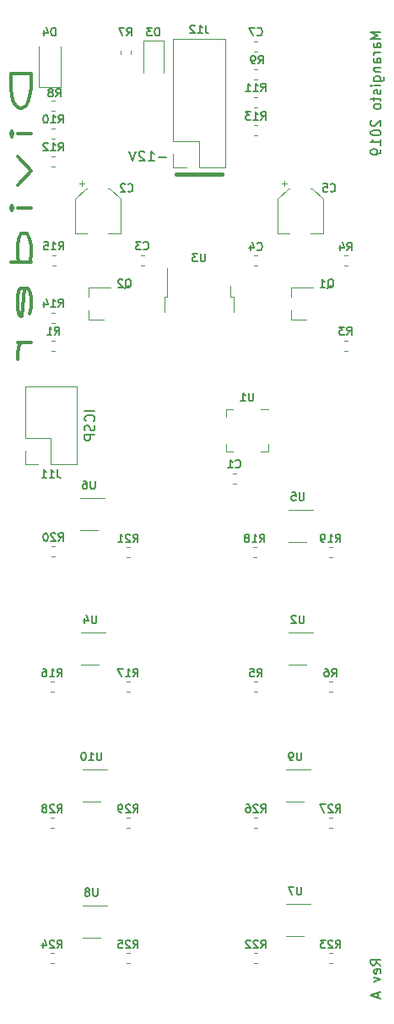
<source format=gbr>
G04 #@! TF.GenerationSoftware,KiCad,Pcbnew,5.0.2-bee76a0~70~ubuntu18.04.1*
G04 #@! TF.CreationDate,2019-01-02T16:22:13+08:00*
G04 #@! TF.ProjectId,Divider,44697669-6465-4722-9e6b-696361645f70,rev?*
G04 #@! TF.SameCoordinates,PX8d9ee20PY6422c40*
G04 #@! TF.FileFunction,Legend,Bot*
G04 #@! TF.FilePolarity,Positive*
%FSLAX46Y46*%
G04 Gerber Fmt 4.6, Leading zero omitted, Abs format (unit mm)*
G04 Created by KiCad (PCBNEW 5.0.2-bee76a0~70~ubuntu18.04.1) date Wed Jan  2 16:22:13 2019*
%MOMM*%
%LPD*%
G01*
G04 APERTURE LIST*
%ADD10C,0.200000*%
%ADD11C,0.400000*%
%ADD12C,0.300000*%
%ADD13C,0.120000*%
%ADD14C,0.150000*%
G04 APERTURE END LIST*
D10*
X-10469620Y10366191D02*
X-11469620Y10366191D01*
X-10564858Y9318572D02*
X-10517239Y9366191D01*
X-10469620Y9509048D01*
X-10469620Y9604286D01*
X-10517239Y9747143D01*
X-10612477Y9842381D01*
X-10707715Y9890000D01*
X-10898191Y9937620D01*
X-11041048Y9937620D01*
X-11231524Y9890000D01*
X-11326762Y9842381D01*
X-11422000Y9747143D01*
X-11469620Y9604286D01*
X-11469620Y9509048D01*
X-11422000Y9366191D01*
X-11374381Y9318572D01*
X-10517239Y8937620D02*
X-10469620Y8794762D01*
X-10469620Y8556667D01*
X-10517239Y8461429D01*
X-10564858Y8413810D01*
X-10660096Y8366191D01*
X-10755334Y8366191D01*
X-10850572Y8413810D01*
X-10898191Y8461429D01*
X-10945810Y8556667D01*
X-10993429Y8747143D01*
X-11041048Y8842381D01*
X-11088667Y8890000D01*
X-11183905Y8937620D01*
X-11279143Y8937620D01*
X-11374381Y8890000D01*
X-11422000Y8842381D01*
X-11469620Y8747143D01*
X-11469620Y8509048D01*
X-11422000Y8366191D01*
X-10469620Y7937620D02*
X-11469620Y7937620D01*
X-11469620Y7556667D01*
X-11422000Y7461429D01*
X-11374381Y7413810D01*
X-11279143Y7366191D01*
X-11136286Y7366191D01*
X-11041048Y7413810D01*
X-10993429Y7461429D01*
X-10945810Y7556667D01*
X-10945810Y7937620D01*
X-3318096Y35742572D02*
X-4080000Y35742572D01*
X-5080000Y35361620D02*
X-4508572Y35361620D01*
X-4794286Y35361620D02*
X-4794286Y36361620D01*
X-4699048Y36218762D01*
X-4603810Y36123524D01*
X-4508572Y36075905D01*
X-5460953Y36266381D02*
X-5508572Y36314000D01*
X-5603810Y36361620D01*
X-5841905Y36361620D01*
X-5937143Y36314000D01*
X-5984762Y36266381D01*
X-6032381Y36171143D01*
X-6032381Y36075905D01*
X-5984762Y35933048D01*
X-5413334Y35361620D01*
X-6032381Y35361620D01*
X-6318096Y36361620D02*
X-6651429Y35361620D01*
X-6984762Y36361620D01*
D11*
X2286000Y34036000D02*
X-2286000Y34036000D01*
D10*
X18232380Y-45172476D02*
X17756190Y-44839142D01*
X18232380Y-44601047D02*
X17232380Y-44601047D01*
X17232380Y-44982000D01*
X17280000Y-45077238D01*
X17327619Y-45124857D01*
X17422857Y-45172476D01*
X17565714Y-45172476D01*
X17660952Y-45124857D01*
X17708571Y-45077238D01*
X17756190Y-44982000D01*
X17756190Y-44601047D01*
X18184761Y-45982000D02*
X18232380Y-45886761D01*
X18232380Y-45696285D01*
X18184761Y-45601047D01*
X18089523Y-45553428D01*
X17708571Y-45553428D01*
X17613333Y-45601047D01*
X17565714Y-45696285D01*
X17565714Y-45886761D01*
X17613333Y-45982000D01*
X17708571Y-46029619D01*
X17803809Y-46029619D01*
X17899047Y-45553428D01*
X17565714Y-46362952D02*
X18232380Y-46601047D01*
X17565714Y-46839142D01*
X17946666Y-47934380D02*
X17946666Y-48410571D01*
X18232380Y-47839142D02*
X17232380Y-48172476D01*
X18232380Y-48505809D01*
X18232380Y48283048D02*
X17232380Y48283048D01*
X17946666Y47949715D01*
X17232380Y47616381D01*
X18232380Y47616381D01*
X18232380Y46711620D02*
X17708571Y46711620D01*
X17613333Y46759239D01*
X17565714Y46854477D01*
X17565714Y47044953D01*
X17613333Y47140191D01*
X18184761Y46711620D02*
X18232380Y46806858D01*
X18232380Y47044953D01*
X18184761Y47140191D01*
X18089523Y47187810D01*
X17994285Y47187810D01*
X17899047Y47140191D01*
X17851428Y47044953D01*
X17851428Y46806858D01*
X17803809Y46711620D01*
X18232380Y46235429D02*
X17565714Y46235429D01*
X17756190Y46235429D02*
X17660952Y46187810D01*
X17613333Y46140191D01*
X17565714Y46044953D01*
X17565714Y45949715D01*
X18232380Y45187810D02*
X17708571Y45187810D01*
X17613333Y45235429D01*
X17565714Y45330667D01*
X17565714Y45521143D01*
X17613333Y45616381D01*
X18184761Y45187810D02*
X18232380Y45283048D01*
X18232380Y45521143D01*
X18184761Y45616381D01*
X18089523Y45664000D01*
X17994285Y45664000D01*
X17899047Y45616381D01*
X17851428Y45521143D01*
X17851428Y45283048D01*
X17803809Y45187810D01*
X17565714Y44711620D02*
X18232380Y44711620D01*
X17660952Y44711620D02*
X17613333Y44664000D01*
X17565714Y44568762D01*
X17565714Y44425905D01*
X17613333Y44330667D01*
X17708571Y44283048D01*
X18232380Y44283048D01*
X17565714Y43378286D02*
X18375238Y43378286D01*
X18470476Y43425905D01*
X18518095Y43473524D01*
X18565714Y43568762D01*
X18565714Y43711620D01*
X18518095Y43806858D01*
X18184761Y43378286D02*
X18232380Y43473524D01*
X18232380Y43664000D01*
X18184761Y43759239D01*
X18137142Y43806858D01*
X18041904Y43854477D01*
X17756190Y43854477D01*
X17660952Y43806858D01*
X17613333Y43759239D01*
X17565714Y43664000D01*
X17565714Y43473524D01*
X17613333Y43378286D01*
X18232380Y42902096D02*
X17565714Y42902096D01*
X17232380Y42902096D02*
X17280000Y42949715D01*
X17327619Y42902096D01*
X17280000Y42854477D01*
X17232380Y42902096D01*
X17327619Y42902096D01*
X18184761Y42473524D02*
X18232380Y42378286D01*
X18232380Y42187810D01*
X18184761Y42092572D01*
X18089523Y42044953D01*
X18041904Y42044953D01*
X17946666Y42092572D01*
X17899047Y42187810D01*
X17899047Y42330667D01*
X17851428Y42425905D01*
X17756190Y42473524D01*
X17708571Y42473524D01*
X17613333Y42425905D01*
X17565714Y42330667D01*
X17565714Y42187810D01*
X17613333Y42092572D01*
X17565714Y41759239D02*
X17565714Y41378286D01*
X17232380Y41616381D02*
X18089523Y41616381D01*
X18184761Y41568762D01*
X18232380Y41473524D01*
X18232380Y41378286D01*
X18232380Y40902096D02*
X18184761Y40997334D01*
X18137142Y41044953D01*
X18041904Y41092572D01*
X17756190Y41092572D01*
X17660952Y41044953D01*
X17613333Y40997334D01*
X17565714Y40902096D01*
X17565714Y40759239D01*
X17613333Y40664000D01*
X17660952Y40616381D01*
X17756190Y40568762D01*
X18041904Y40568762D01*
X18137142Y40616381D01*
X18184761Y40664000D01*
X18232380Y40759239D01*
X18232380Y40902096D01*
X17327619Y39425905D02*
X17280000Y39378286D01*
X17232380Y39283048D01*
X17232380Y39044953D01*
X17280000Y38949715D01*
X17327619Y38902096D01*
X17422857Y38854477D01*
X17518095Y38854477D01*
X17660952Y38902096D01*
X18232380Y39473524D01*
X18232380Y38854477D01*
X17232380Y38235429D02*
X17232380Y38140191D01*
X17280000Y38044953D01*
X17327619Y37997334D01*
X17422857Y37949715D01*
X17613333Y37902096D01*
X17851428Y37902096D01*
X18041904Y37949715D01*
X18137142Y37997334D01*
X18184761Y38044953D01*
X18232380Y38140191D01*
X18232380Y38235429D01*
X18184761Y38330667D01*
X18137142Y38378286D01*
X18041904Y38425905D01*
X17851428Y38473524D01*
X17613333Y38473524D01*
X17422857Y38425905D01*
X17327619Y38378286D01*
X17280000Y38330667D01*
X17232380Y38235429D01*
X18232380Y36949715D02*
X18232380Y37521143D01*
X18232380Y37235429D02*
X17232380Y37235429D01*
X17375238Y37330667D01*
X17470476Y37425905D01*
X17518095Y37521143D01*
X18232380Y36473524D02*
X18232380Y36283048D01*
X18184761Y36187810D01*
X18137142Y36140191D01*
X17994285Y36044953D01*
X17803809Y35997334D01*
X17422857Y35997334D01*
X17327619Y36044953D01*
X17280000Y36092572D01*
X17232380Y36187810D01*
X17232380Y36378286D01*
X17280000Y36473524D01*
X17327619Y36521143D01*
X17422857Y36568762D01*
X17660952Y36568762D01*
X17756190Y36521143D01*
X17803809Y36473524D01*
X17851428Y36378286D01*
X17851428Y36187810D01*
X17803809Y36092572D01*
X17756190Y36044953D01*
X17660952Y35997334D01*
D12*
X-16875239Y44083143D02*
X-18875239Y44083143D01*
X-18875239Y42654572D01*
X-18780000Y41797429D01*
X-18589524Y41226000D01*
X-18399048Y40940286D01*
X-18018096Y40654572D01*
X-17732381Y40654572D01*
X-17351429Y40940286D01*
X-17160953Y41226000D01*
X-16970477Y41797429D01*
X-16875239Y42654572D01*
X-16875239Y44083143D01*
X-16875239Y38083143D02*
X-18208572Y38083143D01*
X-18875239Y38083143D02*
X-18780000Y38368858D01*
X-18684762Y38083143D01*
X-18780000Y37797429D01*
X-18875239Y38083143D01*
X-18684762Y38083143D01*
X-18208572Y35797429D02*
X-16875239Y34368858D01*
X-18208572Y32940286D01*
X-16875239Y30654572D02*
X-18208572Y30654572D01*
X-18875239Y30654572D02*
X-18780000Y30940286D01*
X-18684762Y30654572D01*
X-18780000Y30368858D01*
X-18875239Y30654572D01*
X-18684762Y30654572D01*
X-16875239Y25226000D02*
X-18875239Y25226000D01*
X-16970477Y25226000D02*
X-16875239Y25797429D01*
X-16875239Y26940286D01*
X-16970477Y27511715D01*
X-17065715Y27797429D01*
X-17256191Y28083143D01*
X-17827620Y28083143D01*
X-18018096Y27797429D01*
X-18113334Y27511715D01*
X-18208572Y26940286D01*
X-18208572Y25797429D01*
X-18113334Y25226000D01*
X-16970477Y20083143D02*
X-16875239Y20654572D01*
X-16875239Y21797429D01*
X-16970477Y22368858D01*
X-17160953Y22654572D01*
X-17922858Y22654572D01*
X-18113334Y22368858D01*
X-18208572Y21797429D01*
X-18208572Y20654572D01*
X-18113334Y20083143D01*
X-17922858Y19797429D01*
X-17732381Y19797429D01*
X-17541905Y22654572D01*
X-16875239Y17226000D02*
X-18208572Y17226000D01*
X-17827620Y17226000D02*
X-18018096Y16940286D01*
X-18113334Y16654572D01*
X-18208572Y16083143D01*
X-18208572Y15511715D01*
D13*
G04 #@! TO.C,U3*
X-3450000Y20274000D02*
X-3450000Y21774000D01*
X-3450000Y21774000D02*
X-3180000Y21774000D01*
X-3180000Y21774000D02*
X-3180000Y24604000D01*
X3450000Y20274000D02*
X3450000Y21774000D01*
X3450000Y21774000D02*
X3180000Y21774000D01*
X3180000Y21774000D02*
X3180000Y22874000D01*
G04 #@! TO.C,C2*
X-7900000Y28093000D02*
X-9100000Y28093000D01*
X-12420000Y28093000D02*
X-11220000Y28093000D01*
X-12420000Y31548563D02*
X-12420000Y28093000D01*
X-7900000Y31548563D02*
X-7900000Y28093000D01*
X-8964437Y32613000D02*
X-9100000Y32613000D01*
X-11355563Y32613000D02*
X-11220000Y32613000D01*
X-11355563Y32613000D02*
X-12420000Y31548563D01*
X-8964437Y32613000D02*
X-7900000Y31548563D01*
X-11720000Y33353000D02*
X-11720000Y32853000D01*
X-11970000Y33103000D02*
X-11470000Y33103000D01*
G04 #@! TO.C,C5*
X8350000Y33103000D02*
X8850000Y33103000D01*
X8600000Y33353000D02*
X8600000Y32853000D01*
X11355563Y32613000D02*
X12420000Y31548563D01*
X8964437Y32613000D02*
X7900000Y31548563D01*
X8964437Y32613000D02*
X9100000Y32613000D01*
X11355563Y32613000D02*
X11220000Y32613000D01*
X12420000Y31548563D02*
X12420000Y28093000D01*
X7900000Y31548563D02*
X7900000Y28093000D01*
X7900000Y28093000D02*
X9100000Y28093000D01*
X12420000Y28093000D02*
X11220000Y28093000D01*
G04 #@! TO.C,C1*
X3718779Y3046000D02*
X3393221Y3046000D01*
X3718779Y4066000D02*
X3393221Y4066000D01*
G04 #@! TO.C,C3*
X-5526221Y25910000D02*
X-5851779Y25910000D01*
X-5526221Y24890000D02*
X-5851779Y24890000D01*
G04 #@! TO.C,C4*
X5552221Y25910000D02*
X5877779Y25910000D01*
X5552221Y24890000D02*
X5877779Y24890000D01*
G04 #@! TO.C,C7*
X5877779Y47373000D02*
X5552221Y47373000D01*
X5877779Y46353000D02*
X5552221Y46353000D01*
G04 #@! TO.C,J11*
X-17459000Y12760000D02*
X-12259000Y12760000D01*
X-17459000Y7620000D02*
X-17459000Y12760000D01*
X-12259000Y5020000D02*
X-12259000Y12760000D01*
X-17459000Y7620000D02*
X-14859000Y7620000D01*
X-14859000Y7620000D02*
X-14859000Y5020000D01*
X-14859000Y5020000D02*
X-12259000Y5020000D01*
X-17459000Y6350000D02*
X-17459000Y5020000D01*
X-17459000Y5020000D02*
X-16129000Y5020000D01*
G04 #@! TO.C,J12*
X-2575000Y47558000D02*
X2625000Y47558000D01*
X-2575000Y37338000D02*
X-2575000Y47558000D01*
X2625000Y34738000D02*
X2625000Y47558000D01*
X-2575000Y37338000D02*
X25000Y37338000D01*
X25000Y37338000D02*
X25000Y34738000D01*
X25000Y34738000D02*
X2625000Y34738000D01*
X-2575000Y36068000D02*
X-2575000Y34738000D01*
X-2575000Y34738000D02*
X-1245000Y34738000D01*
G04 #@! TO.C,D3*
X-5572000Y44212000D02*
X-5572000Y47412000D01*
X-3572000Y47412000D02*
X-3572000Y44212000D01*
X-3572000Y47412000D02*
X-5572000Y47412000D01*
G04 #@! TO.C,D4*
X-13901000Y46812000D02*
X-13901000Y42727000D01*
X-13901000Y42727000D02*
X-16071000Y42727000D01*
X-16071000Y42727000D02*
X-16071000Y46812000D01*
G04 #@! TO.C,U1*
X3441000Y10492000D02*
X2716000Y10492000D01*
X2716000Y10492000D02*
X2716000Y9767000D01*
X6211000Y6272000D02*
X6936000Y6272000D01*
X6936000Y6272000D02*
X6936000Y6997000D01*
X3441000Y6272000D02*
X2716000Y6272000D01*
X2716000Y6272000D02*
X2716000Y6997000D01*
X6211000Y10492000D02*
X6936000Y10492000D01*
G04 #@! TO.C,Q2*
X-11047000Y19502000D02*
X-9587000Y19502000D01*
X-11047000Y22662000D02*
X-8887000Y22662000D01*
X-11047000Y22662000D02*
X-11047000Y21732000D01*
X-11047000Y19502000D02*
X-11047000Y20432000D01*
G04 #@! TO.C,Q1*
X9273000Y19502000D02*
X9273000Y20432000D01*
X9273000Y22662000D02*
X9273000Y21732000D01*
X9273000Y22662000D02*
X11433000Y22662000D01*
X9273000Y19502000D02*
X10733000Y19502000D01*
G04 #@! TO.C,U5*
X9006000Y467000D02*
X11456000Y467000D01*
X10806000Y-2753000D02*
X9006000Y-2753000D01*
G04 #@! TO.C,U10*
X-9895000Y-28788000D02*
X-11695000Y-28788000D01*
X-11695000Y-25568000D02*
X-9245000Y-25568000D01*
G04 #@! TO.C,U2*
X9006000Y-11852000D02*
X11456000Y-11852000D01*
X10806000Y-15072000D02*
X9006000Y-15072000D01*
G04 #@! TO.C,U4*
X-10022000Y-15072000D02*
X-11822000Y-15072000D01*
X-11822000Y-11852000D02*
X-9372000Y-11852000D01*
G04 #@! TO.C,U6*
X-11949000Y1610000D02*
X-9499000Y1610000D01*
X-10149000Y-1610000D02*
X-11949000Y-1610000D01*
G04 #@! TO.C,U7*
X10552000Y-42250000D02*
X8752000Y-42250000D01*
X8752000Y-39030000D02*
X11202000Y-39030000D01*
G04 #@! TO.C,U8*
X-11695000Y-39157000D02*
X-9245000Y-39157000D01*
X-9895000Y-42377000D02*
X-11695000Y-42377000D01*
G04 #@! TO.C,U9*
X10552000Y-28788000D02*
X8752000Y-28788000D01*
X8752000Y-25568000D02*
X11202000Y-25568000D01*
G04 #@! TO.C,R1*
X-14442221Y16381000D02*
X-14767779Y16381000D01*
X-14442221Y17401000D02*
X-14767779Y17401000D01*
G04 #@! TO.C,R8*
X-14442221Y41404000D02*
X-14767779Y41404000D01*
X-14442221Y40384000D02*
X-14767779Y40384000D01*
G04 #@! TO.C,R9*
X5552221Y44579000D02*
X5877779Y44579000D01*
X5552221Y43559000D02*
X5877779Y43559000D01*
G04 #@! TO.C,R20*
X-14767779Y-4193000D02*
X-14442221Y-4193000D01*
X-14767779Y-3173000D02*
X-14442221Y-3173000D01*
G04 #@! TO.C,R11*
X5877779Y40765000D02*
X5552221Y40765000D01*
X5877779Y41785000D02*
X5552221Y41785000D01*
G04 #@! TO.C,R12*
X-14442221Y35816000D02*
X-14767779Y35816000D01*
X-14442221Y34796000D02*
X-14767779Y34796000D01*
G04 #@! TO.C,R13*
X5552221Y38991000D02*
X5877779Y38991000D01*
X5552221Y37971000D02*
X5877779Y37971000D01*
G04 #@! TO.C,R14*
X-14442221Y20195000D02*
X-14767779Y20195000D01*
X-14442221Y19175000D02*
X-14767779Y19175000D01*
G04 #@! TO.C,R15*
X-14417221Y24890000D02*
X-14742779Y24890000D01*
X-14417221Y25910000D02*
X-14742779Y25910000D01*
G04 #@! TO.C,R16*
X-14894779Y-17782000D02*
X-14569221Y-17782000D01*
X-14894779Y-16762000D02*
X-14569221Y-16762000D01*
G04 #@! TO.C,R17*
X-7274779Y-16762000D02*
X-6949221Y-16762000D01*
X-7274779Y-17782000D02*
X-6949221Y-17782000D01*
G04 #@! TO.C,R18*
X5425221Y-4320000D02*
X5750779Y-4320000D01*
X5425221Y-3300000D02*
X5750779Y-3300000D01*
G04 #@! TO.C,R7*
X-7876000Y46065221D02*
X-7876000Y46390779D01*
X-6856000Y46065221D02*
X-6856000Y46390779D01*
G04 #@! TO.C,R3*
X14894779Y17401000D02*
X14569221Y17401000D01*
X14894779Y16381000D02*
X14569221Y16381000D01*
G04 #@! TO.C,R4*
X14569221Y25910000D02*
X14894779Y25910000D01*
X14569221Y24890000D02*
X14894779Y24890000D01*
G04 #@! TO.C,R5*
X5552221Y-17782000D02*
X5877779Y-17782000D01*
X5552221Y-16762000D02*
X5877779Y-16762000D01*
G04 #@! TO.C,R6*
X13045221Y-16762000D02*
X13370779Y-16762000D01*
X13045221Y-17782000D02*
X13370779Y-17782000D01*
G04 #@! TO.C,R21*
X-7274779Y-4320000D02*
X-6949221Y-4320000D01*
X-7274779Y-3300000D02*
X-6949221Y-3300000D01*
G04 #@! TO.C,R29*
X-7274779Y-30351000D02*
X-6949221Y-30351000D01*
X-7274779Y-31371000D02*
X-6949221Y-31371000D01*
G04 #@! TO.C,R28*
X-14894779Y-31371000D02*
X-14569221Y-31371000D01*
X-14894779Y-30351000D02*
X-14569221Y-30351000D01*
G04 #@! TO.C,R27*
X13045221Y-30351000D02*
X13370779Y-30351000D01*
X13045221Y-31371000D02*
X13370779Y-31371000D01*
G04 #@! TO.C,R26*
X5552221Y-31371000D02*
X5877779Y-31371000D01*
X5552221Y-30351000D02*
X5877779Y-30351000D01*
G04 #@! TO.C,R25*
X-7274779Y-43940000D02*
X-6949221Y-43940000D01*
X-7274779Y-44960000D02*
X-6949221Y-44960000D01*
G04 #@! TO.C,R24*
X-14894779Y-44960000D02*
X-14569221Y-44960000D01*
X-14894779Y-43940000D02*
X-14569221Y-43940000D01*
G04 #@! TO.C,R23*
X13045221Y-43940000D02*
X13370779Y-43940000D01*
X13045221Y-44960000D02*
X13370779Y-44960000D01*
G04 #@! TO.C,R22*
X5552221Y-44960000D02*
X5877779Y-44960000D01*
X5552221Y-43940000D02*
X5877779Y-43940000D01*
G04 #@! TO.C,R10*
X-14442221Y37590000D02*
X-14767779Y37590000D01*
X-14442221Y38610000D02*
X-14767779Y38610000D01*
G04 #@! TO.C,R19*
X13045221Y-4320000D02*
X13370779Y-4320000D01*
X13045221Y-3300000D02*
X13370779Y-3300000D01*
G04 #@! TO.C,U3*
D14*
X609523Y26092096D02*
X609523Y25444477D01*
X571428Y25368286D01*
X533333Y25330191D01*
X457142Y25292096D01*
X304761Y25292096D01*
X228571Y25330191D01*
X190476Y25368286D01*
X152380Y25444477D01*
X152380Y26092096D01*
X-152381Y26092096D02*
X-647620Y26092096D01*
X-380953Y25787334D01*
X-495239Y25787334D01*
X-571429Y25749239D01*
X-609524Y25711143D01*
X-647620Y25634953D01*
X-647620Y25444477D01*
X-609524Y25368286D01*
X-571429Y25330191D01*
X-495239Y25292096D01*
X-266667Y25292096D01*
X-190477Y25330191D01*
X-152381Y25368286D01*
G04 #@! TO.C,C2*
X-7130667Y32353286D02*
X-7092572Y32315191D01*
X-6978286Y32277096D01*
X-6902096Y32277096D01*
X-6787810Y32315191D01*
X-6711620Y32391381D01*
X-6673524Y32467572D01*
X-6635429Y32619953D01*
X-6635429Y32734239D01*
X-6673524Y32886620D01*
X-6711620Y32962810D01*
X-6787810Y33039000D01*
X-6902096Y33077096D01*
X-6978286Y33077096D01*
X-7092572Y33039000D01*
X-7130667Y33000905D01*
X-7435429Y33000905D02*
X-7473524Y33039000D01*
X-7549715Y33077096D01*
X-7740191Y33077096D01*
X-7816381Y33039000D01*
X-7854477Y33000905D01*
X-7892572Y32924715D01*
X-7892572Y32848524D01*
X-7854477Y32734239D01*
X-7397334Y32277096D01*
X-7892572Y32277096D01*
G04 #@! TO.C,C5*
X13189333Y32353286D02*
X13227428Y32315191D01*
X13341714Y32277096D01*
X13417904Y32277096D01*
X13532190Y32315191D01*
X13608380Y32391381D01*
X13646476Y32467572D01*
X13684571Y32619953D01*
X13684571Y32734239D01*
X13646476Y32886620D01*
X13608380Y32962810D01*
X13532190Y33039000D01*
X13417904Y33077096D01*
X13341714Y33077096D01*
X13227428Y33039000D01*
X13189333Y33000905D01*
X12465523Y33077096D02*
X12846476Y33077096D01*
X12884571Y32696143D01*
X12846476Y32734239D01*
X12770285Y32772334D01*
X12579809Y32772334D01*
X12503619Y32734239D01*
X12465523Y32696143D01*
X12427428Y32619953D01*
X12427428Y32429477D01*
X12465523Y32353286D01*
X12503619Y32315191D01*
X12579809Y32277096D01*
X12770285Y32277096D01*
X12846476Y32315191D01*
X12884571Y32353286D01*
G04 #@! TO.C,C1*
X3689333Y4700286D02*
X3727428Y4662191D01*
X3841714Y4624096D01*
X3917904Y4624096D01*
X4032190Y4662191D01*
X4108380Y4738381D01*
X4146476Y4814572D01*
X4184571Y4966953D01*
X4184571Y5081239D01*
X4146476Y5233620D01*
X4108380Y5309810D01*
X4032190Y5386000D01*
X3917904Y5424096D01*
X3841714Y5424096D01*
X3727428Y5386000D01*
X3689333Y5347905D01*
X2927428Y4624096D02*
X3384571Y4624096D01*
X3156000Y4624096D02*
X3156000Y5424096D01*
X3232190Y5309810D01*
X3308380Y5233620D01*
X3384571Y5195524D01*
G04 #@! TO.C,C3*
X-5555667Y26544286D02*
X-5517572Y26506191D01*
X-5403286Y26468096D01*
X-5327096Y26468096D01*
X-5212810Y26506191D01*
X-5136620Y26582381D01*
X-5098524Y26658572D01*
X-5060429Y26810953D01*
X-5060429Y26925239D01*
X-5098524Y27077620D01*
X-5136620Y27153810D01*
X-5212810Y27230000D01*
X-5327096Y27268096D01*
X-5403286Y27268096D01*
X-5517572Y27230000D01*
X-5555667Y27191905D01*
X-5822334Y27268096D02*
X-6317572Y27268096D01*
X-6050905Y26963334D01*
X-6165191Y26963334D01*
X-6241381Y26925239D01*
X-6279477Y26887143D01*
X-6317572Y26810953D01*
X-6317572Y26620477D01*
X-6279477Y26544286D01*
X-6241381Y26506191D01*
X-6165191Y26468096D01*
X-5936620Y26468096D01*
X-5860429Y26506191D01*
X-5822334Y26544286D01*
G04 #@! TO.C,C4*
X5848333Y26478286D02*
X5886428Y26440191D01*
X6000714Y26402096D01*
X6076904Y26402096D01*
X6191190Y26440191D01*
X6267380Y26516381D01*
X6305476Y26592572D01*
X6343571Y26744953D01*
X6343571Y26859239D01*
X6305476Y27011620D01*
X6267380Y27087810D01*
X6191190Y27164000D01*
X6076904Y27202096D01*
X6000714Y27202096D01*
X5886428Y27164000D01*
X5848333Y27125905D01*
X5162619Y26935429D02*
X5162619Y26402096D01*
X5353095Y27240191D02*
X5543571Y26668762D01*
X5048333Y26668762D01*
G04 #@! TO.C,C7*
X5848333Y48007286D02*
X5886428Y47969191D01*
X6000714Y47931096D01*
X6076904Y47931096D01*
X6191190Y47969191D01*
X6267380Y48045381D01*
X6305476Y48121572D01*
X6343571Y48273953D01*
X6343571Y48388239D01*
X6305476Y48540620D01*
X6267380Y48616810D01*
X6191190Y48693000D01*
X6076904Y48731096D01*
X6000714Y48731096D01*
X5886428Y48693000D01*
X5848333Y48654905D01*
X5581666Y48731096D02*
X5048333Y48731096D01*
X5391190Y47931096D01*
G04 #@! TO.C,J11*
X-14211381Y4458096D02*
X-14211381Y3886667D01*
X-14173286Y3772381D01*
X-14097096Y3696191D01*
X-13982810Y3658096D01*
X-13906620Y3658096D01*
X-15011381Y3658096D02*
X-14554239Y3658096D01*
X-14782810Y3658096D02*
X-14782810Y4458096D01*
X-14706620Y4343810D01*
X-14630429Y4267620D01*
X-14554239Y4229524D01*
X-15773286Y3658096D02*
X-15316143Y3658096D01*
X-15544715Y3658096D02*
X-15544715Y4458096D01*
X-15468524Y4343810D01*
X-15392334Y4267620D01*
X-15316143Y4229524D01*
G04 #@! TO.C,J12*
X672619Y48952096D02*
X672619Y48380667D01*
X710714Y48266381D01*
X786904Y48190191D01*
X901190Y48152096D01*
X977380Y48152096D01*
X-127381Y48152096D02*
X329761Y48152096D01*
X101190Y48152096D02*
X101190Y48952096D01*
X177380Y48837810D01*
X253571Y48761620D01*
X329761Y48723524D01*
X-432143Y48875905D02*
X-470239Y48914000D01*
X-546429Y48952096D01*
X-736905Y48952096D01*
X-813096Y48914000D01*
X-851191Y48875905D01*
X-889286Y48799715D01*
X-889286Y48723524D01*
X-851191Y48609239D01*
X-394048Y48152096D01*
X-889286Y48152096D01*
G04 #@! TO.C,D3*
X-3981524Y47898096D02*
X-3981524Y48698096D01*
X-4172000Y48698096D01*
X-4286286Y48660000D01*
X-4362477Y48583810D01*
X-4400572Y48507620D01*
X-4438667Y48355239D01*
X-4438667Y48240953D01*
X-4400572Y48088572D01*
X-4362477Y48012381D01*
X-4286286Y47936191D01*
X-4172000Y47898096D01*
X-3981524Y47898096D01*
X-4705334Y48698096D02*
X-5200572Y48698096D01*
X-4933905Y48393334D01*
X-5048191Y48393334D01*
X-5124381Y48355239D01*
X-5162477Y48317143D01*
X-5200572Y48240953D01*
X-5200572Y48050477D01*
X-5162477Y47974286D01*
X-5124381Y47936191D01*
X-5048191Y47898096D01*
X-4819620Y47898096D01*
X-4743429Y47936191D01*
X-4705334Y47974286D01*
G04 #@! TO.C,D4*
X-14395524Y47898096D02*
X-14395524Y48698096D01*
X-14586000Y48698096D01*
X-14700286Y48660000D01*
X-14776477Y48583810D01*
X-14814572Y48507620D01*
X-14852667Y48355239D01*
X-14852667Y48240953D01*
X-14814572Y48088572D01*
X-14776477Y48012381D01*
X-14700286Y47936191D01*
X-14586000Y47898096D01*
X-14395524Y47898096D01*
X-15538381Y48431429D02*
X-15538381Y47898096D01*
X-15347905Y48736191D02*
X-15157429Y48164762D01*
X-15652667Y48164762D01*
G04 #@! TO.C,U1*
X5435523Y12120096D02*
X5435523Y11472477D01*
X5397428Y11396286D01*
X5359333Y11358191D01*
X5283142Y11320096D01*
X5130761Y11320096D01*
X5054571Y11358191D01*
X5016476Y11396286D01*
X4978380Y11472477D01*
X4978380Y12120096D01*
X4178380Y11320096D02*
X4635523Y11320096D01*
X4406952Y11320096D02*
X4406952Y12120096D01*
X4483142Y12005810D01*
X4559333Y11929620D01*
X4635523Y11891524D01*
G04 #@! TO.C,Q2*
X-7416810Y22635905D02*
X-7340620Y22674000D01*
X-7264429Y22750191D01*
X-7150143Y22864477D01*
X-7073953Y22902572D01*
X-6997762Y22902572D01*
X-7035858Y22712096D02*
X-6959667Y22750191D01*
X-6883477Y22826381D01*
X-6845381Y22978762D01*
X-6845381Y23245429D01*
X-6883477Y23397810D01*
X-6959667Y23474000D01*
X-7035858Y23512096D01*
X-7188239Y23512096D01*
X-7264429Y23474000D01*
X-7340620Y23397810D01*
X-7378715Y23245429D01*
X-7378715Y22978762D01*
X-7340620Y22826381D01*
X-7264429Y22750191D01*
X-7188239Y22712096D01*
X-7035858Y22712096D01*
X-7683477Y23435905D02*
X-7721572Y23474000D01*
X-7797762Y23512096D01*
X-7988239Y23512096D01*
X-8064429Y23474000D01*
X-8102524Y23435905D01*
X-8140620Y23359715D01*
X-8140620Y23283524D01*
X-8102524Y23169239D01*
X-7645381Y22712096D01*
X-8140620Y22712096D01*
G04 #@! TO.C,Q1*
X12903190Y22635905D02*
X12979380Y22674000D01*
X13055571Y22750191D01*
X13169857Y22864477D01*
X13246047Y22902572D01*
X13322238Y22902572D01*
X13284142Y22712096D02*
X13360333Y22750191D01*
X13436523Y22826381D01*
X13474619Y22978762D01*
X13474619Y23245429D01*
X13436523Y23397810D01*
X13360333Y23474000D01*
X13284142Y23512096D01*
X13131761Y23512096D01*
X13055571Y23474000D01*
X12979380Y23397810D01*
X12941285Y23245429D01*
X12941285Y22978762D01*
X12979380Y22826381D01*
X13055571Y22750191D01*
X13131761Y22712096D01*
X13284142Y22712096D01*
X12179380Y22712096D02*
X12636523Y22712096D01*
X12407952Y22712096D02*
X12407952Y23512096D01*
X12484142Y23397810D01*
X12560333Y23321620D01*
X12636523Y23283524D01*
G04 #@! TO.C,U5*
X10515523Y2195096D02*
X10515523Y1547477D01*
X10477428Y1471286D01*
X10439333Y1433191D01*
X10363142Y1395096D01*
X10210761Y1395096D01*
X10134571Y1433191D01*
X10096476Y1471286D01*
X10058380Y1547477D01*
X10058380Y2195096D01*
X9296476Y2195096D02*
X9677428Y2195096D01*
X9715523Y1814143D01*
X9677428Y1852239D01*
X9601238Y1890334D01*
X9410761Y1890334D01*
X9334571Y1852239D01*
X9296476Y1814143D01*
X9258380Y1737953D01*
X9258380Y1547477D01*
X9296476Y1471286D01*
X9334571Y1433191D01*
X9410761Y1395096D01*
X9601238Y1395096D01*
X9677428Y1433191D01*
X9715523Y1471286D01*
G04 #@! TO.C,U10*
X-9804524Y-23839904D02*
X-9804524Y-24487523D01*
X-9842620Y-24563714D01*
X-9880715Y-24601809D01*
X-9956905Y-24639904D01*
X-10109286Y-24639904D01*
X-10185477Y-24601809D01*
X-10223572Y-24563714D01*
X-10261667Y-24487523D01*
X-10261667Y-23839904D01*
X-11061667Y-24639904D02*
X-10604524Y-24639904D01*
X-10833096Y-24639904D02*
X-10833096Y-23839904D01*
X-10756905Y-23954190D01*
X-10680715Y-24030380D01*
X-10604524Y-24068476D01*
X-11556905Y-23839904D02*
X-11633096Y-23839904D01*
X-11709286Y-23878000D01*
X-11747381Y-23916095D01*
X-11785477Y-23992285D01*
X-11823572Y-24144666D01*
X-11823572Y-24335142D01*
X-11785477Y-24487523D01*
X-11747381Y-24563714D01*
X-11709286Y-24601809D01*
X-11633096Y-24639904D01*
X-11556905Y-24639904D01*
X-11480715Y-24601809D01*
X-11442620Y-24563714D01*
X-11404524Y-24487523D01*
X-11366429Y-24335142D01*
X-11366429Y-24144666D01*
X-11404524Y-23992285D01*
X-11442620Y-23916095D01*
X-11480715Y-23878000D01*
X-11556905Y-23839904D01*
G04 #@! TO.C,U2*
X10515523Y-10123904D02*
X10515523Y-10771523D01*
X10477428Y-10847714D01*
X10439333Y-10885809D01*
X10363142Y-10923904D01*
X10210761Y-10923904D01*
X10134571Y-10885809D01*
X10096476Y-10847714D01*
X10058380Y-10771523D01*
X10058380Y-10123904D01*
X9715523Y-10200095D02*
X9677428Y-10162000D01*
X9601238Y-10123904D01*
X9410761Y-10123904D01*
X9334571Y-10162000D01*
X9296476Y-10200095D01*
X9258380Y-10276285D01*
X9258380Y-10352476D01*
X9296476Y-10466761D01*
X9753619Y-10923904D01*
X9258380Y-10923904D01*
G04 #@! TO.C,U4*
X-10312477Y-10123904D02*
X-10312477Y-10771523D01*
X-10350572Y-10847714D01*
X-10388667Y-10885809D01*
X-10464858Y-10923904D01*
X-10617239Y-10923904D01*
X-10693429Y-10885809D01*
X-10731524Y-10847714D01*
X-10769620Y-10771523D01*
X-10769620Y-10123904D01*
X-11493429Y-10390571D02*
X-11493429Y-10923904D01*
X-11302953Y-10085809D02*
X-11112477Y-10657238D01*
X-11607715Y-10657238D01*
G04 #@! TO.C,U6*
X-10439477Y3338096D02*
X-10439477Y2690477D01*
X-10477572Y2614286D01*
X-10515667Y2576191D01*
X-10591858Y2538096D01*
X-10744239Y2538096D01*
X-10820429Y2576191D01*
X-10858524Y2614286D01*
X-10896620Y2690477D01*
X-10896620Y3338096D01*
X-11620429Y3338096D02*
X-11468048Y3338096D01*
X-11391858Y3300000D01*
X-11353762Y3261905D01*
X-11277572Y3147620D01*
X-11239477Y2995239D01*
X-11239477Y2690477D01*
X-11277572Y2614286D01*
X-11315667Y2576191D01*
X-11391858Y2538096D01*
X-11544239Y2538096D01*
X-11620429Y2576191D01*
X-11658524Y2614286D01*
X-11696620Y2690477D01*
X-11696620Y2880953D01*
X-11658524Y2957143D01*
X-11620429Y2995239D01*
X-11544239Y3033334D01*
X-11391858Y3033334D01*
X-11315667Y2995239D01*
X-11277572Y2957143D01*
X-11239477Y2880953D01*
G04 #@! TO.C,U7*
X10261523Y-37301904D02*
X10261523Y-37949523D01*
X10223428Y-38025714D01*
X10185333Y-38063809D01*
X10109142Y-38101904D01*
X9956761Y-38101904D01*
X9880571Y-38063809D01*
X9842476Y-38025714D01*
X9804380Y-37949523D01*
X9804380Y-37301904D01*
X9499619Y-37301904D02*
X8966285Y-37301904D01*
X9309142Y-38101904D01*
G04 #@! TO.C,U8*
X-10185477Y-37428904D02*
X-10185477Y-38076523D01*
X-10223572Y-38152714D01*
X-10261667Y-38190809D01*
X-10337858Y-38228904D01*
X-10490239Y-38228904D01*
X-10566429Y-38190809D01*
X-10604524Y-38152714D01*
X-10642620Y-38076523D01*
X-10642620Y-37428904D01*
X-11137858Y-37771761D02*
X-11061667Y-37733666D01*
X-11023572Y-37695571D01*
X-10985477Y-37619380D01*
X-10985477Y-37581285D01*
X-11023572Y-37505095D01*
X-11061667Y-37467000D01*
X-11137858Y-37428904D01*
X-11290239Y-37428904D01*
X-11366429Y-37467000D01*
X-11404524Y-37505095D01*
X-11442620Y-37581285D01*
X-11442620Y-37619380D01*
X-11404524Y-37695571D01*
X-11366429Y-37733666D01*
X-11290239Y-37771761D01*
X-11137858Y-37771761D01*
X-11061667Y-37809857D01*
X-11023572Y-37847952D01*
X-10985477Y-37924142D01*
X-10985477Y-38076523D01*
X-11023572Y-38152714D01*
X-11061667Y-38190809D01*
X-11137858Y-38228904D01*
X-11290239Y-38228904D01*
X-11366429Y-38190809D01*
X-11404524Y-38152714D01*
X-11442620Y-38076523D01*
X-11442620Y-37924142D01*
X-11404524Y-37847952D01*
X-11366429Y-37809857D01*
X-11290239Y-37771761D01*
G04 #@! TO.C,U9*
X10261523Y-23839904D02*
X10261523Y-24487523D01*
X10223428Y-24563714D01*
X10185333Y-24601809D01*
X10109142Y-24639904D01*
X9956761Y-24639904D01*
X9880571Y-24601809D01*
X9842476Y-24563714D01*
X9804380Y-24487523D01*
X9804380Y-23839904D01*
X9385333Y-24639904D02*
X9232952Y-24639904D01*
X9156761Y-24601809D01*
X9118666Y-24563714D01*
X9042476Y-24449428D01*
X9004380Y-24297047D01*
X9004380Y-23992285D01*
X9042476Y-23916095D01*
X9080571Y-23878000D01*
X9156761Y-23839904D01*
X9309142Y-23839904D01*
X9385333Y-23878000D01*
X9423428Y-23916095D01*
X9461523Y-23992285D01*
X9461523Y-24182761D01*
X9423428Y-24258952D01*
X9385333Y-24297047D01*
X9309142Y-24335142D01*
X9156761Y-24335142D01*
X9080571Y-24297047D01*
X9042476Y-24258952D01*
X9004380Y-24182761D01*
G04 #@! TO.C,R1*
X-14471667Y17959096D02*
X-14205000Y18340048D01*
X-14014524Y17959096D02*
X-14014524Y18759096D01*
X-14319286Y18759096D01*
X-14395477Y18721000D01*
X-14433572Y18682905D01*
X-14471667Y18606715D01*
X-14471667Y18492429D01*
X-14433572Y18416239D01*
X-14395477Y18378143D01*
X-14319286Y18340048D01*
X-14014524Y18340048D01*
X-15233572Y17959096D02*
X-14776429Y17959096D01*
X-15005000Y17959096D02*
X-15005000Y18759096D01*
X-14928810Y18644810D01*
X-14852620Y18568620D01*
X-14776429Y18530524D01*
G04 #@! TO.C,R8*
X-14344667Y41802096D02*
X-14078000Y42183048D01*
X-13887524Y41802096D02*
X-13887524Y42602096D01*
X-14192286Y42602096D01*
X-14268477Y42564000D01*
X-14306572Y42525905D01*
X-14344667Y42449715D01*
X-14344667Y42335429D01*
X-14306572Y42259239D01*
X-14268477Y42221143D01*
X-14192286Y42183048D01*
X-13887524Y42183048D01*
X-14801810Y42259239D02*
X-14725620Y42297334D01*
X-14687524Y42335429D01*
X-14649429Y42411620D01*
X-14649429Y42449715D01*
X-14687524Y42525905D01*
X-14725620Y42564000D01*
X-14801810Y42602096D01*
X-14954191Y42602096D01*
X-15030381Y42564000D01*
X-15068477Y42525905D01*
X-15106572Y42449715D01*
X-15106572Y42411620D01*
X-15068477Y42335429D01*
X-15030381Y42297334D01*
X-14954191Y42259239D01*
X-14801810Y42259239D01*
X-14725620Y42221143D01*
X-14687524Y42183048D01*
X-14649429Y42106858D01*
X-14649429Y41954477D01*
X-14687524Y41878286D01*
X-14725620Y41840191D01*
X-14801810Y41802096D01*
X-14954191Y41802096D01*
X-15030381Y41840191D01*
X-15068477Y41878286D01*
X-15106572Y41954477D01*
X-15106572Y42106858D01*
X-15068477Y42183048D01*
X-15030381Y42221143D01*
X-14954191Y42259239D01*
G04 #@! TO.C,R9*
X5975333Y45104096D02*
X6242000Y45485048D01*
X6432476Y45104096D02*
X6432476Y45904096D01*
X6127714Y45904096D01*
X6051523Y45866000D01*
X6013428Y45827905D01*
X5975333Y45751715D01*
X5975333Y45637429D01*
X6013428Y45561239D01*
X6051523Y45523143D01*
X6127714Y45485048D01*
X6432476Y45485048D01*
X5594380Y45104096D02*
X5442000Y45104096D01*
X5365809Y45142191D01*
X5327714Y45180286D01*
X5251523Y45294572D01*
X5213428Y45446953D01*
X5213428Y45751715D01*
X5251523Y45827905D01*
X5289619Y45866000D01*
X5365809Y45904096D01*
X5518190Y45904096D01*
X5594380Y45866000D01*
X5632476Y45827905D01*
X5670571Y45751715D01*
X5670571Y45561239D01*
X5632476Y45485048D01*
X5594380Y45446953D01*
X5518190Y45408858D01*
X5365809Y45408858D01*
X5289619Y45446953D01*
X5251523Y45485048D01*
X5213428Y45561239D01*
G04 #@! TO.C,R20*
X-14090715Y-2680904D02*
X-13824048Y-2299952D01*
X-13633572Y-2680904D02*
X-13633572Y-1880904D01*
X-13938334Y-1880904D01*
X-14014524Y-1919000D01*
X-14052620Y-1957095D01*
X-14090715Y-2033285D01*
X-14090715Y-2147571D01*
X-14052620Y-2223761D01*
X-14014524Y-2261857D01*
X-13938334Y-2299952D01*
X-13633572Y-2299952D01*
X-14395477Y-1957095D02*
X-14433572Y-1919000D01*
X-14509762Y-1880904D01*
X-14700239Y-1880904D01*
X-14776429Y-1919000D01*
X-14814524Y-1957095D01*
X-14852620Y-2033285D01*
X-14852620Y-2109476D01*
X-14814524Y-2223761D01*
X-14357381Y-2680904D01*
X-14852620Y-2680904D01*
X-15347858Y-1880904D02*
X-15424048Y-1880904D01*
X-15500239Y-1919000D01*
X-15538334Y-1957095D01*
X-15576429Y-2033285D01*
X-15614524Y-2185666D01*
X-15614524Y-2376142D01*
X-15576429Y-2528523D01*
X-15538334Y-2604714D01*
X-15500239Y-2642809D01*
X-15424048Y-2680904D01*
X-15347858Y-2680904D01*
X-15271667Y-2642809D01*
X-15233572Y-2604714D01*
X-15195477Y-2528523D01*
X-15157381Y-2376142D01*
X-15157381Y-2185666D01*
X-15195477Y-2033285D01*
X-15233572Y-1957095D01*
X-15271667Y-1919000D01*
X-15347858Y-1880904D01*
G04 #@! TO.C,R11*
X6229285Y42343096D02*
X6495952Y42724048D01*
X6686428Y42343096D02*
X6686428Y43143096D01*
X6381666Y43143096D01*
X6305476Y43105000D01*
X6267380Y43066905D01*
X6229285Y42990715D01*
X6229285Y42876429D01*
X6267380Y42800239D01*
X6305476Y42762143D01*
X6381666Y42724048D01*
X6686428Y42724048D01*
X5467380Y42343096D02*
X5924523Y42343096D01*
X5695952Y42343096D02*
X5695952Y43143096D01*
X5772142Y43028810D01*
X5848333Y42952620D01*
X5924523Y42914524D01*
X4705476Y42343096D02*
X5162619Y42343096D01*
X4934047Y42343096D02*
X4934047Y43143096D01*
X5010238Y43028810D01*
X5086428Y42952620D01*
X5162619Y42914524D01*
G04 #@! TO.C,R12*
X-14090715Y36374096D02*
X-13824048Y36755048D01*
X-13633572Y36374096D02*
X-13633572Y37174096D01*
X-13938334Y37174096D01*
X-14014524Y37136000D01*
X-14052620Y37097905D01*
X-14090715Y37021715D01*
X-14090715Y36907429D01*
X-14052620Y36831239D01*
X-14014524Y36793143D01*
X-13938334Y36755048D01*
X-13633572Y36755048D01*
X-14852620Y36374096D02*
X-14395477Y36374096D01*
X-14624048Y36374096D02*
X-14624048Y37174096D01*
X-14547858Y37059810D01*
X-14471667Y36983620D01*
X-14395477Y36945524D01*
X-15157381Y37097905D02*
X-15195477Y37136000D01*
X-15271667Y37174096D01*
X-15462143Y37174096D01*
X-15538334Y37136000D01*
X-15576429Y37097905D01*
X-15614524Y37021715D01*
X-15614524Y36945524D01*
X-15576429Y36831239D01*
X-15119286Y36374096D01*
X-15614524Y36374096D01*
G04 #@! TO.C,R13*
X6229285Y39483096D02*
X6495952Y39864048D01*
X6686428Y39483096D02*
X6686428Y40283096D01*
X6381666Y40283096D01*
X6305476Y40245000D01*
X6267380Y40206905D01*
X6229285Y40130715D01*
X6229285Y40016429D01*
X6267380Y39940239D01*
X6305476Y39902143D01*
X6381666Y39864048D01*
X6686428Y39864048D01*
X5467380Y39483096D02*
X5924523Y39483096D01*
X5695952Y39483096D02*
X5695952Y40283096D01*
X5772142Y40168810D01*
X5848333Y40092620D01*
X5924523Y40054524D01*
X5200714Y40283096D02*
X4705476Y40283096D01*
X4972142Y39978334D01*
X4857857Y39978334D01*
X4781666Y39940239D01*
X4743571Y39902143D01*
X4705476Y39825953D01*
X4705476Y39635477D01*
X4743571Y39559286D01*
X4781666Y39521191D01*
X4857857Y39483096D01*
X5086428Y39483096D01*
X5162619Y39521191D01*
X5200714Y39559286D01*
G04 #@! TO.C,R14*
X-14090715Y20753096D02*
X-13824048Y21134048D01*
X-13633572Y20753096D02*
X-13633572Y21553096D01*
X-13938334Y21553096D01*
X-14014524Y21515000D01*
X-14052620Y21476905D01*
X-14090715Y21400715D01*
X-14090715Y21286429D01*
X-14052620Y21210239D01*
X-14014524Y21172143D01*
X-13938334Y21134048D01*
X-13633572Y21134048D01*
X-14852620Y20753096D02*
X-14395477Y20753096D01*
X-14624048Y20753096D02*
X-14624048Y21553096D01*
X-14547858Y21438810D01*
X-14471667Y21362620D01*
X-14395477Y21324524D01*
X-15538334Y21286429D02*
X-15538334Y20753096D01*
X-15347858Y21591191D02*
X-15157381Y21019762D01*
X-15652620Y21019762D01*
G04 #@! TO.C,R15*
X-14065715Y26468096D02*
X-13799048Y26849048D01*
X-13608572Y26468096D02*
X-13608572Y27268096D01*
X-13913334Y27268096D01*
X-13989524Y27230000D01*
X-14027620Y27191905D01*
X-14065715Y27115715D01*
X-14065715Y27001429D01*
X-14027620Y26925239D01*
X-13989524Y26887143D01*
X-13913334Y26849048D01*
X-13608572Y26849048D01*
X-14827620Y26468096D02*
X-14370477Y26468096D01*
X-14599048Y26468096D02*
X-14599048Y27268096D01*
X-14522858Y27153810D01*
X-14446667Y27077620D01*
X-14370477Y27039524D01*
X-15551429Y27268096D02*
X-15170477Y27268096D01*
X-15132381Y26887143D01*
X-15170477Y26925239D01*
X-15246667Y26963334D01*
X-15437143Y26963334D01*
X-15513334Y26925239D01*
X-15551429Y26887143D01*
X-15589524Y26810953D01*
X-15589524Y26620477D01*
X-15551429Y26544286D01*
X-15513334Y26506191D01*
X-15437143Y26468096D01*
X-15246667Y26468096D01*
X-15170477Y26506191D01*
X-15132381Y26544286D01*
G04 #@! TO.C,R16*
X-14217715Y-16269904D02*
X-13951048Y-15888952D01*
X-13760572Y-16269904D02*
X-13760572Y-15469904D01*
X-14065334Y-15469904D01*
X-14141524Y-15508000D01*
X-14179620Y-15546095D01*
X-14217715Y-15622285D01*
X-14217715Y-15736571D01*
X-14179620Y-15812761D01*
X-14141524Y-15850857D01*
X-14065334Y-15888952D01*
X-13760572Y-15888952D01*
X-14979620Y-16269904D02*
X-14522477Y-16269904D01*
X-14751048Y-16269904D02*
X-14751048Y-15469904D01*
X-14674858Y-15584190D01*
X-14598667Y-15660380D01*
X-14522477Y-15698476D01*
X-15665334Y-15469904D02*
X-15512953Y-15469904D01*
X-15436762Y-15508000D01*
X-15398667Y-15546095D01*
X-15322477Y-15660380D01*
X-15284381Y-15812761D01*
X-15284381Y-16117523D01*
X-15322477Y-16193714D01*
X-15360572Y-16231809D01*
X-15436762Y-16269904D01*
X-15589143Y-16269904D01*
X-15665334Y-16231809D01*
X-15703429Y-16193714D01*
X-15741524Y-16117523D01*
X-15741524Y-15927047D01*
X-15703429Y-15850857D01*
X-15665334Y-15812761D01*
X-15589143Y-15774666D01*
X-15436762Y-15774666D01*
X-15360572Y-15812761D01*
X-15322477Y-15850857D01*
X-15284381Y-15927047D01*
G04 #@! TO.C,R17*
X-6597715Y-16269904D02*
X-6331048Y-15888952D01*
X-6140572Y-16269904D02*
X-6140572Y-15469904D01*
X-6445334Y-15469904D01*
X-6521524Y-15508000D01*
X-6559620Y-15546095D01*
X-6597715Y-15622285D01*
X-6597715Y-15736571D01*
X-6559620Y-15812761D01*
X-6521524Y-15850857D01*
X-6445334Y-15888952D01*
X-6140572Y-15888952D01*
X-7359620Y-16269904D02*
X-6902477Y-16269904D01*
X-7131048Y-16269904D02*
X-7131048Y-15469904D01*
X-7054858Y-15584190D01*
X-6978667Y-15660380D01*
X-6902477Y-15698476D01*
X-7626286Y-15469904D02*
X-8159620Y-15469904D01*
X-7816762Y-16269904D01*
G04 #@! TO.C,R18*
X6102285Y-2807904D02*
X6368952Y-2426952D01*
X6559428Y-2807904D02*
X6559428Y-2007904D01*
X6254666Y-2007904D01*
X6178476Y-2046000D01*
X6140380Y-2084095D01*
X6102285Y-2160285D01*
X6102285Y-2274571D01*
X6140380Y-2350761D01*
X6178476Y-2388857D01*
X6254666Y-2426952D01*
X6559428Y-2426952D01*
X5340380Y-2807904D02*
X5797523Y-2807904D01*
X5568952Y-2807904D02*
X5568952Y-2007904D01*
X5645142Y-2122190D01*
X5721333Y-2198380D01*
X5797523Y-2236476D01*
X4883238Y-2350761D02*
X4959428Y-2312666D01*
X4997523Y-2274571D01*
X5035619Y-2198380D01*
X5035619Y-2160285D01*
X4997523Y-2084095D01*
X4959428Y-2046000D01*
X4883238Y-2007904D01*
X4730857Y-2007904D01*
X4654666Y-2046000D01*
X4616571Y-2084095D01*
X4578476Y-2160285D01*
X4578476Y-2198380D01*
X4616571Y-2274571D01*
X4654666Y-2312666D01*
X4730857Y-2350761D01*
X4883238Y-2350761D01*
X4959428Y-2388857D01*
X4997523Y-2426952D01*
X5035619Y-2503142D01*
X5035619Y-2655523D01*
X4997523Y-2731714D01*
X4959428Y-2769809D01*
X4883238Y-2807904D01*
X4730857Y-2807904D01*
X4654666Y-2769809D01*
X4616571Y-2731714D01*
X4578476Y-2655523D01*
X4578476Y-2503142D01*
X4616571Y-2426952D01*
X4654666Y-2388857D01*
X4730857Y-2350761D01*
G04 #@! TO.C,R7*
X-7232667Y47898096D02*
X-6966000Y48279048D01*
X-6775524Y47898096D02*
X-6775524Y48698096D01*
X-7080286Y48698096D01*
X-7156477Y48660000D01*
X-7194572Y48621905D01*
X-7232667Y48545715D01*
X-7232667Y48431429D01*
X-7194572Y48355239D01*
X-7156477Y48317143D01*
X-7080286Y48279048D01*
X-6775524Y48279048D01*
X-7499334Y48698096D02*
X-8032667Y48698096D01*
X-7689810Y47898096D01*
G04 #@! TO.C,R3*
X14865333Y17959096D02*
X15132000Y18340048D01*
X15322476Y17959096D02*
X15322476Y18759096D01*
X15017714Y18759096D01*
X14941523Y18721000D01*
X14903428Y18682905D01*
X14865333Y18606715D01*
X14865333Y18492429D01*
X14903428Y18416239D01*
X14941523Y18378143D01*
X15017714Y18340048D01*
X15322476Y18340048D01*
X14598666Y18759096D02*
X14103428Y18759096D01*
X14370095Y18454334D01*
X14255809Y18454334D01*
X14179619Y18416239D01*
X14141523Y18378143D01*
X14103428Y18301953D01*
X14103428Y18111477D01*
X14141523Y18035286D01*
X14179619Y17997191D01*
X14255809Y17959096D01*
X14484380Y17959096D01*
X14560571Y17997191D01*
X14598666Y18035286D01*
G04 #@! TO.C,R4*
X14865333Y26402096D02*
X15132000Y26783048D01*
X15322476Y26402096D02*
X15322476Y27202096D01*
X15017714Y27202096D01*
X14941523Y27164000D01*
X14903428Y27125905D01*
X14865333Y27049715D01*
X14865333Y26935429D01*
X14903428Y26859239D01*
X14941523Y26821143D01*
X15017714Y26783048D01*
X15322476Y26783048D01*
X14179619Y26935429D02*
X14179619Y26402096D01*
X14370095Y27240191D02*
X14560571Y26668762D01*
X14065333Y26668762D01*
G04 #@! TO.C,R5*
X5848333Y-16269904D02*
X6115000Y-15888952D01*
X6305476Y-16269904D02*
X6305476Y-15469904D01*
X6000714Y-15469904D01*
X5924523Y-15508000D01*
X5886428Y-15546095D01*
X5848333Y-15622285D01*
X5848333Y-15736571D01*
X5886428Y-15812761D01*
X5924523Y-15850857D01*
X6000714Y-15888952D01*
X6305476Y-15888952D01*
X5124523Y-15469904D02*
X5505476Y-15469904D01*
X5543571Y-15850857D01*
X5505476Y-15812761D01*
X5429285Y-15774666D01*
X5238809Y-15774666D01*
X5162619Y-15812761D01*
X5124523Y-15850857D01*
X5086428Y-15927047D01*
X5086428Y-16117523D01*
X5124523Y-16193714D01*
X5162619Y-16231809D01*
X5238809Y-16269904D01*
X5429285Y-16269904D01*
X5505476Y-16231809D01*
X5543571Y-16193714D01*
G04 #@! TO.C,R6*
X13341333Y-16269904D02*
X13608000Y-15888952D01*
X13798476Y-16269904D02*
X13798476Y-15469904D01*
X13493714Y-15469904D01*
X13417523Y-15508000D01*
X13379428Y-15546095D01*
X13341333Y-15622285D01*
X13341333Y-15736571D01*
X13379428Y-15812761D01*
X13417523Y-15850857D01*
X13493714Y-15888952D01*
X13798476Y-15888952D01*
X12655619Y-15469904D02*
X12808000Y-15469904D01*
X12884190Y-15508000D01*
X12922285Y-15546095D01*
X12998476Y-15660380D01*
X13036571Y-15812761D01*
X13036571Y-16117523D01*
X12998476Y-16193714D01*
X12960380Y-16231809D01*
X12884190Y-16269904D01*
X12731809Y-16269904D01*
X12655619Y-16231809D01*
X12617523Y-16193714D01*
X12579428Y-16117523D01*
X12579428Y-15927047D01*
X12617523Y-15850857D01*
X12655619Y-15812761D01*
X12731809Y-15774666D01*
X12884190Y-15774666D01*
X12960380Y-15812761D01*
X12998476Y-15850857D01*
X13036571Y-15927047D01*
G04 #@! TO.C,R21*
X-6597715Y-2807904D02*
X-6331048Y-2426952D01*
X-6140572Y-2807904D02*
X-6140572Y-2007904D01*
X-6445334Y-2007904D01*
X-6521524Y-2046000D01*
X-6559620Y-2084095D01*
X-6597715Y-2160285D01*
X-6597715Y-2274571D01*
X-6559620Y-2350761D01*
X-6521524Y-2388857D01*
X-6445334Y-2426952D01*
X-6140572Y-2426952D01*
X-6902477Y-2084095D02*
X-6940572Y-2046000D01*
X-7016762Y-2007904D01*
X-7207239Y-2007904D01*
X-7283429Y-2046000D01*
X-7321524Y-2084095D01*
X-7359620Y-2160285D01*
X-7359620Y-2236476D01*
X-7321524Y-2350761D01*
X-6864381Y-2807904D01*
X-7359620Y-2807904D01*
X-8121524Y-2807904D02*
X-7664381Y-2807904D01*
X-7892953Y-2807904D02*
X-7892953Y-2007904D01*
X-7816762Y-2122190D01*
X-7740572Y-2198380D01*
X-7664381Y-2236476D01*
G04 #@! TO.C,R29*
X-6597715Y-29858904D02*
X-6331048Y-29477952D01*
X-6140572Y-29858904D02*
X-6140572Y-29058904D01*
X-6445334Y-29058904D01*
X-6521524Y-29097000D01*
X-6559620Y-29135095D01*
X-6597715Y-29211285D01*
X-6597715Y-29325571D01*
X-6559620Y-29401761D01*
X-6521524Y-29439857D01*
X-6445334Y-29477952D01*
X-6140572Y-29477952D01*
X-6902477Y-29135095D02*
X-6940572Y-29097000D01*
X-7016762Y-29058904D01*
X-7207239Y-29058904D01*
X-7283429Y-29097000D01*
X-7321524Y-29135095D01*
X-7359620Y-29211285D01*
X-7359620Y-29287476D01*
X-7321524Y-29401761D01*
X-6864381Y-29858904D01*
X-7359620Y-29858904D01*
X-7740572Y-29858904D02*
X-7892953Y-29858904D01*
X-7969143Y-29820809D01*
X-8007239Y-29782714D01*
X-8083429Y-29668428D01*
X-8121524Y-29516047D01*
X-8121524Y-29211285D01*
X-8083429Y-29135095D01*
X-8045334Y-29097000D01*
X-7969143Y-29058904D01*
X-7816762Y-29058904D01*
X-7740572Y-29097000D01*
X-7702477Y-29135095D01*
X-7664381Y-29211285D01*
X-7664381Y-29401761D01*
X-7702477Y-29477952D01*
X-7740572Y-29516047D01*
X-7816762Y-29554142D01*
X-7969143Y-29554142D01*
X-8045334Y-29516047D01*
X-8083429Y-29477952D01*
X-8121524Y-29401761D01*
G04 #@! TO.C,R28*
X-14217715Y-29858904D02*
X-13951048Y-29477952D01*
X-13760572Y-29858904D02*
X-13760572Y-29058904D01*
X-14065334Y-29058904D01*
X-14141524Y-29097000D01*
X-14179620Y-29135095D01*
X-14217715Y-29211285D01*
X-14217715Y-29325571D01*
X-14179620Y-29401761D01*
X-14141524Y-29439857D01*
X-14065334Y-29477952D01*
X-13760572Y-29477952D01*
X-14522477Y-29135095D02*
X-14560572Y-29097000D01*
X-14636762Y-29058904D01*
X-14827239Y-29058904D01*
X-14903429Y-29097000D01*
X-14941524Y-29135095D01*
X-14979620Y-29211285D01*
X-14979620Y-29287476D01*
X-14941524Y-29401761D01*
X-14484381Y-29858904D01*
X-14979620Y-29858904D01*
X-15436762Y-29401761D02*
X-15360572Y-29363666D01*
X-15322477Y-29325571D01*
X-15284381Y-29249380D01*
X-15284381Y-29211285D01*
X-15322477Y-29135095D01*
X-15360572Y-29097000D01*
X-15436762Y-29058904D01*
X-15589143Y-29058904D01*
X-15665334Y-29097000D01*
X-15703429Y-29135095D01*
X-15741524Y-29211285D01*
X-15741524Y-29249380D01*
X-15703429Y-29325571D01*
X-15665334Y-29363666D01*
X-15589143Y-29401761D01*
X-15436762Y-29401761D01*
X-15360572Y-29439857D01*
X-15322477Y-29477952D01*
X-15284381Y-29554142D01*
X-15284381Y-29706523D01*
X-15322477Y-29782714D01*
X-15360572Y-29820809D01*
X-15436762Y-29858904D01*
X-15589143Y-29858904D01*
X-15665334Y-29820809D01*
X-15703429Y-29782714D01*
X-15741524Y-29706523D01*
X-15741524Y-29554142D01*
X-15703429Y-29477952D01*
X-15665334Y-29439857D01*
X-15589143Y-29401761D01*
G04 #@! TO.C,R27*
X13722285Y-29858904D02*
X13988952Y-29477952D01*
X14179428Y-29858904D02*
X14179428Y-29058904D01*
X13874666Y-29058904D01*
X13798476Y-29097000D01*
X13760380Y-29135095D01*
X13722285Y-29211285D01*
X13722285Y-29325571D01*
X13760380Y-29401761D01*
X13798476Y-29439857D01*
X13874666Y-29477952D01*
X14179428Y-29477952D01*
X13417523Y-29135095D02*
X13379428Y-29097000D01*
X13303238Y-29058904D01*
X13112761Y-29058904D01*
X13036571Y-29097000D01*
X12998476Y-29135095D01*
X12960380Y-29211285D01*
X12960380Y-29287476D01*
X12998476Y-29401761D01*
X13455619Y-29858904D01*
X12960380Y-29858904D01*
X12693714Y-29058904D02*
X12160380Y-29058904D01*
X12503238Y-29858904D01*
G04 #@! TO.C,R26*
X6229285Y-29858904D02*
X6495952Y-29477952D01*
X6686428Y-29858904D02*
X6686428Y-29058904D01*
X6381666Y-29058904D01*
X6305476Y-29097000D01*
X6267380Y-29135095D01*
X6229285Y-29211285D01*
X6229285Y-29325571D01*
X6267380Y-29401761D01*
X6305476Y-29439857D01*
X6381666Y-29477952D01*
X6686428Y-29477952D01*
X5924523Y-29135095D02*
X5886428Y-29097000D01*
X5810238Y-29058904D01*
X5619761Y-29058904D01*
X5543571Y-29097000D01*
X5505476Y-29135095D01*
X5467380Y-29211285D01*
X5467380Y-29287476D01*
X5505476Y-29401761D01*
X5962619Y-29858904D01*
X5467380Y-29858904D01*
X4781666Y-29058904D02*
X4934047Y-29058904D01*
X5010238Y-29097000D01*
X5048333Y-29135095D01*
X5124523Y-29249380D01*
X5162619Y-29401761D01*
X5162619Y-29706523D01*
X5124523Y-29782714D01*
X5086428Y-29820809D01*
X5010238Y-29858904D01*
X4857857Y-29858904D01*
X4781666Y-29820809D01*
X4743571Y-29782714D01*
X4705476Y-29706523D01*
X4705476Y-29516047D01*
X4743571Y-29439857D01*
X4781666Y-29401761D01*
X4857857Y-29363666D01*
X5010238Y-29363666D01*
X5086428Y-29401761D01*
X5124523Y-29439857D01*
X5162619Y-29516047D01*
G04 #@! TO.C,R25*
X-6597715Y-43447904D02*
X-6331048Y-43066952D01*
X-6140572Y-43447904D02*
X-6140572Y-42647904D01*
X-6445334Y-42647904D01*
X-6521524Y-42686000D01*
X-6559620Y-42724095D01*
X-6597715Y-42800285D01*
X-6597715Y-42914571D01*
X-6559620Y-42990761D01*
X-6521524Y-43028857D01*
X-6445334Y-43066952D01*
X-6140572Y-43066952D01*
X-6902477Y-42724095D02*
X-6940572Y-42686000D01*
X-7016762Y-42647904D01*
X-7207239Y-42647904D01*
X-7283429Y-42686000D01*
X-7321524Y-42724095D01*
X-7359620Y-42800285D01*
X-7359620Y-42876476D01*
X-7321524Y-42990761D01*
X-6864381Y-43447904D01*
X-7359620Y-43447904D01*
X-8083429Y-42647904D02*
X-7702477Y-42647904D01*
X-7664381Y-43028857D01*
X-7702477Y-42990761D01*
X-7778667Y-42952666D01*
X-7969143Y-42952666D01*
X-8045334Y-42990761D01*
X-8083429Y-43028857D01*
X-8121524Y-43105047D01*
X-8121524Y-43295523D01*
X-8083429Y-43371714D01*
X-8045334Y-43409809D01*
X-7969143Y-43447904D01*
X-7778667Y-43447904D01*
X-7702477Y-43409809D01*
X-7664381Y-43371714D01*
G04 #@! TO.C,R24*
X-14217715Y-43447904D02*
X-13951048Y-43066952D01*
X-13760572Y-43447904D02*
X-13760572Y-42647904D01*
X-14065334Y-42647904D01*
X-14141524Y-42686000D01*
X-14179620Y-42724095D01*
X-14217715Y-42800285D01*
X-14217715Y-42914571D01*
X-14179620Y-42990761D01*
X-14141524Y-43028857D01*
X-14065334Y-43066952D01*
X-13760572Y-43066952D01*
X-14522477Y-42724095D02*
X-14560572Y-42686000D01*
X-14636762Y-42647904D01*
X-14827239Y-42647904D01*
X-14903429Y-42686000D01*
X-14941524Y-42724095D01*
X-14979620Y-42800285D01*
X-14979620Y-42876476D01*
X-14941524Y-42990761D01*
X-14484381Y-43447904D01*
X-14979620Y-43447904D01*
X-15665334Y-42914571D02*
X-15665334Y-43447904D01*
X-15474858Y-42609809D02*
X-15284381Y-43181238D01*
X-15779620Y-43181238D01*
G04 #@! TO.C,R23*
X13722285Y-43447904D02*
X13988952Y-43066952D01*
X14179428Y-43447904D02*
X14179428Y-42647904D01*
X13874666Y-42647904D01*
X13798476Y-42686000D01*
X13760380Y-42724095D01*
X13722285Y-42800285D01*
X13722285Y-42914571D01*
X13760380Y-42990761D01*
X13798476Y-43028857D01*
X13874666Y-43066952D01*
X14179428Y-43066952D01*
X13417523Y-42724095D02*
X13379428Y-42686000D01*
X13303238Y-42647904D01*
X13112761Y-42647904D01*
X13036571Y-42686000D01*
X12998476Y-42724095D01*
X12960380Y-42800285D01*
X12960380Y-42876476D01*
X12998476Y-42990761D01*
X13455619Y-43447904D01*
X12960380Y-43447904D01*
X12693714Y-42647904D02*
X12198476Y-42647904D01*
X12465142Y-42952666D01*
X12350857Y-42952666D01*
X12274666Y-42990761D01*
X12236571Y-43028857D01*
X12198476Y-43105047D01*
X12198476Y-43295523D01*
X12236571Y-43371714D01*
X12274666Y-43409809D01*
X12350857Y-43447904D01*
X12579428Y-43447904D01*
X12655619Y-43409809D01*
X12693714Y-43371714D01*
G04 #@! TO.C,R22*
X6229285Y-43447904D02*
X6495952Y-43066952D01*
X6686428Y-43447904D02*
X6686428Y-42647904D01*
X6381666Y-42647904D01*
X6305476Y-42686000D01*
X6267380Y-42724095D01*
X6229285Y-42800285D01*
X6229285Y-42914571D01*
X6267380Y-42990761D01*
X6305476Y-43028857D01*
X6381666Y-43066952D01*
X6686428Y-43066952D01*
X5924523Y-42724095D02*
X5886428Y-42686000D01*
X5810238Y-42647904D01*
X5619761Y-42647904D01*
X5543571Y-42686000D01*
X5505476Y-42724095D01*
X5467380Y-42800285D01*
X5467380Y-42876476D01*
X5505476Y-42990761D01*
X5962619Y-43447904D01*
X5467380Y-43447904D01*
X5162619Y-42724095D02*
X5124523Y-42686000D01*
X5048333Y-42647904D01*
X4857857Y-42647904D01*
X4781666Y-42686000D01*
X4743571Y-42724095D01*
X4705476Y-42800285D01*
X4705476Y-42876476D01*
X4743571Y-42990761D01*
X5200714Y-43447904D01*
X4705476Y-43447904D01*
G04 #@! TO.C,R10*
X-14090715Y39168096D02*
X-13824048Y39549048D01*
X-13633572Y39168096D02*
X-13633572Y39968096D01*
X-13938334Y39968096D01*
X-14014524Y39930000D01*
X-14052620Y39891905D01*
X-14090715Y39815715D01*
X-14090715Y39701429D01*
X-14052620Y39625239D01*
X-14014524Y39587143D01*
X-13938334Y39549048D01*
X-13633572Y39549048D01*
X-14852620Y39168096D02*
X-14395477Y39168096D01*
X-14624048Y39168096D02*
X-14624048Y39968096D01*
X-14547858Y39853810D01*
X-14471667Y39777620D01*
X-14395477Y39739524D01*
X-15347858Y39968096D02*
X-15424048Y39968096D01*
X-15500239Y39930000D01*
X-15538334Y39891905D01*
X-15576429Y39815715D01*
X-15614524Y39663334D01*
X-15614524Y39472858D01*
X-15576429Y39320477D01*
X-15538334Y39244286D01*
X-15500239Y39206191D01*
X-15424048Y39168096D01*
X-15347858Y39168096D01*
X-15271667Y39206191D01*
X-15233572Y39244286D01*
X-15195477Y39320477D01*
X-15157381Y39472858D01*
X-15157381Y39663334D01*
X-15195477Y39815715D01*
X-15233572Y39891905D01*
X-15271667Y39930000D01*
X-15347858Y39968096D01*
G04 #@! TO.C,R19*
X13722285Y-2807904D02*
X13988952Y-2426952D01*
X14179428Y-2807904D02*
X14179428Y-2007904D01*
X13874666Y-2007904D01*
X13798476Y-2046000D01*
X13760380Y-2084095D01*
X13722285Y-2160285D01*
X13722285Y-2274571D01*
X13760380Y-2350761D01*
X13798476Y-2388857D01*
X13874666Y-2426952D01*
X14179428Y-2426952D01*
X12960380Y-2807904D02*
X13417523Y-2807904D01*
X13188952Y-2807904D02*
X13188952Y-2007904D01*
X13265142Y-2122190D01*
X13341333Y-2198380D01*
X13417523Y-2236476D01*
X12579428Y-2807904D02*
X12427047Y-2807904D01*
X12350857Y-2769809D01*
X12312761Y-2731714D01*
X12236571Y-2617428D01*
X12198476Y-2465047D01*
X12198476Y-2160285D01*
X12236571Y-2084095D01*
X12274666Y-2046000D01*
X12350857Y-2007904D01*
X12503238Y-2007904D01*
X12579428Y-2046000D01*
X12617523Y-2084095D01*
X12655619Y-2160285D01*
X12655619Y-2350761D01*
X12617523Y-2426952D01*
X12579428Y-2465047D01*
X12503238Y-2503142D01*
X12350857Y-2503142D01*
X12274666Y-2465047D01*
X12236571Y-2426952D01*
X12198476Y-2350761D01*
G04 #@! TD*
M02*

</source>
